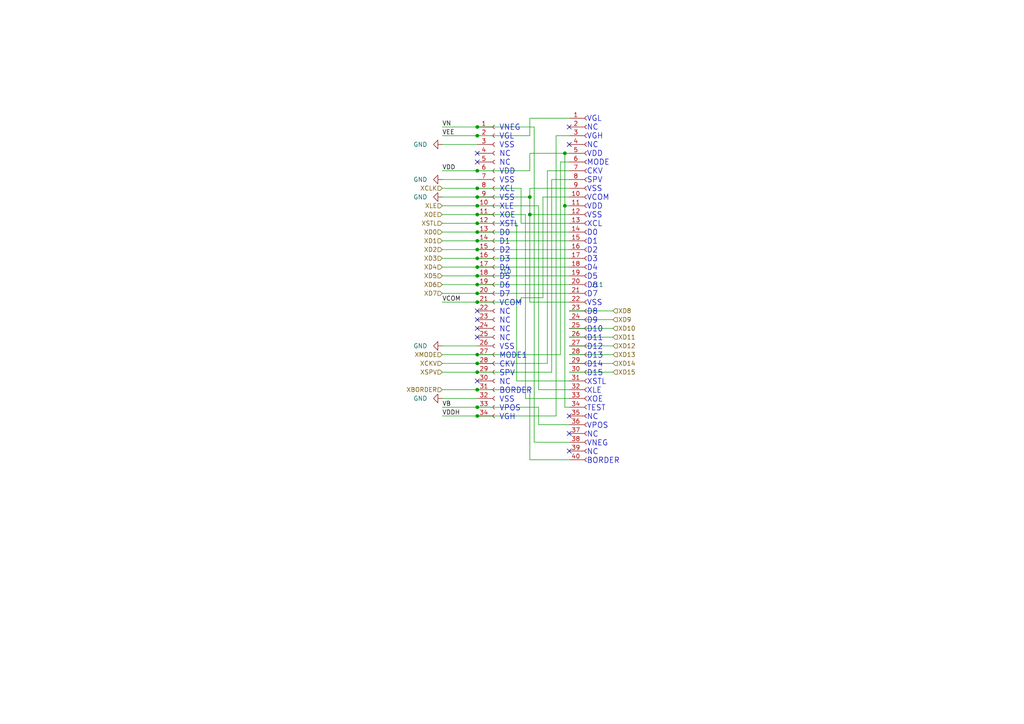
<source format=kicad_sch>
(kicad_sch (version 20211123) (generator eeschema)
  (paper "A4")
  (lib_symbols
    (symbol "Connector:Conn_01x34_Female" (pin_names (offset 1.016) hide)
      (property "Reference" "J" (at 0 43.18 0))
      (property "Value" "Conn_01x34_Female" (at 0 -45.72 0))
      (symbol "Conn_01x34_Female_1_1"
        (arc (start 0 -42.672) (mid -0.508 -43.18) (end 0 -43.688) (stroke (width 0.1524)))
        (arc (start 0 -40.132) (mid -0.508 -40.64) (end 0 -41.148) (stroke (width 0.1524)))
        (arc (start 0 -37.592) (mid -0.508 -38.1) (end 0 -38.608) (stroke (width 0.1524)))
        (arc (start 0 -35.052) (mid -0.508 -35.56) (end 0 -36.068) (stroke (width 0.1524)))
        (arc (start 0 -32.512) (mid -0.508 -33.02) (end 0 -33.528) (stroke (width 0.1524)))
        (arc (start 0 -29.972) (mid -0.508 -30.48) (end 0 -30.988) (stroke (width 0.1524)))
        (arc (start 0 -27.432) (mid -0.508 -27.94) (end 0 -28.448) (stroke (width 0.1524)))
        (arc (start 0 -24.892) (mid -0.508 -25.4) (end 0 -25.908) (stroke (width 0.1524)))
        (arc (start 0 -22.352) (mid -0.508 -22.86) (end 0 -23.368) (stroke (width 0.1524)))
        (arc (start 0 -19.812) (mid -0.508 -20.32) (end 0 -20.828) (stroke (width 0.1524)))
        (arc (start 0 -17.272) (mid -0.508 -17.78) (end 0 -18.288) (stroke (width 0.1524)))
        (arc (start 0 -14.732) (mid -0.508 -15.24) (end 0 -15.748) (stroke (width 0.1524)))
        (arc (start 0 -12.192) (mid -0.508 -12.7) (end 0 -13.208) (stroke (width 0.1524)))
        (arc (start 0 -9.652) (mid -0.508 -10.16) (end 0 -10.668) (stroke (width 0.1524)))
        (arc (start 0 -7.112) (mid -0.508 -7.62) (end 0 -8.128) (stroke (width 0.1524)))
        (arc (start 0 -4.572) (mid -0.508 -5.08) (end 0 -5.588) (stroke (width 0.1524)))
        (arc (start 0 -2.032) (mid -0.508 -2.54) (end 0 -3.048) (stroke (width 0.1524)))
        (polyline (pts (xy -1.27 -43.18) (xy -0.508 -43.18)) (stroke (width 0.1524)))
        (polyline (pts (xy -1.27 -40.64) (xy -0.508 -40.64)) (stroke (width 0.1524)))
        (polyline (pts (xy -1.27 -38.1) (xy -0.508 -38.1)) (stroke (width 0.1524)))
        (polyline (pts (xy -1.27 -35.56) (xy -0.508 -35.56)) (stroke (width 0.1524)))
        (polyline (pts (xy -1.27 -33.02) (xy -0.508 -33.02)) (stroke (width 0.1524)))
        (polyline (pts (xy -1.27 -30.48) (xy -0.508 -30.48)) (stroke (width 0.1524)))
        (polyline (pts (xy -1.27 -27.94) (xy -0.508 -27.94)) (stroke (width 0.1524)))
        (polyline (pts (xy -1.27 -25.4) (xy -0.508 -25.4)) (stroke (width 0.1524)))
        (polyline (pts (xy -1.27 -22.86) (xy -0.508 -22.86)) (stroke (width 0.1524)))
        (polyline (pts (xy -1.27 -20.32) (xy -0.508 -20.32)) (stroke (width 0.1524)))
        (polyline (pts (xy -1.27 -17.78) (xy -0.508 -17.78)) (stroke (width 0.1524)))
        (polyline (pts (xy -1.27 -15.24) (xy -0.508 -15.24)) (stroke (width 0.1524)))
        (polyline (pts (xy -1.27 -12.7) (xy -0.508 -12.7)) (stroke (width 0.1524)))
        (polyline (pts (xy -1.27 -10.16) (xy -0.508 -10.16)) (stroke (width 0.1524)))
        (polyline (pts (xy -1.27 -7.62) (xy -0.508 -7.62)) (stroke (width 0.1524)))
        (polyline (pts (xy -1.27 -5.08) (xy -0.508 -5.08)) (stroke (width 0.1524)))
        (polyline (pts (xy -1.27 -2.54) (xy -0.508 -2.54)) (stroke (width 0.1524)))
        (polyline (pts (xy -1.27 0) (xy -0.508 0)) (stroke (width 0.1524)))
        (polyline (pts (xy -1.27 2.54) (xy -0.508 2.54)) (stroke (width 0.1524)))
        (polyline (pts (xy -1.27 5.08) (xy -0.508 5.08)) (stroke (width 0.1524)))
        (polyline (pts (xy -1.27 7.62) (xy -0.508 7.62)) (stroke (width 0.1524)))
        (polyline (pts (xy -1.27 10.16) (xy -0.508 10.16)) (stroke (width 0.1524)))
        (polyline (pts (xy -1.27 12.7) (xy -0.508 12.7)) (stroke (width 0.1524)))
        (polyline (pts (xy -1.27 15.24) (xy -0.508 15.24)) (stroke (width 0.1524)))
        (polyline (pts (xy -1.27 17.78) (xy -0.508 17.78)) (stroke (width 0.1524)))
        (polyline (pts (xy -1.27 20.32) (xy -0.508 20.32)) (stroke (width 0.1524)))
        (polyline (pts (xy -1.27 22.86) (xy -0.508 22.86)) (stroke (width 0.1524)))
        (polyline (pts (xy -1.27 25.4) (xy -0.508 25.4)) (stroke (width 0.1524)))
        (polyline (pts (xy -1.27 27.94) (xy -0.508 27.94)) (stroke (width 0.1524)))
        (polyline (pts (xy -1.27 30.48) (xy -0.508 30.48)) (stroke (width 0.1524)))
        (polyline (pts (xy -1.27 33.02) (xy -0.508 33.02)) (stroke (width 0.1524)))
        (polyline (pts (xy -1.27 35.56) (xy -0.508 35.56)) (stroke (width 0.1524)))
        (polyline (pts (xy -1.27 38.1) (xy -0.508 38.1)) (stroke (width 0.1524)))
        (polyline (pts (xy -1.27 40.64) (xy -0.508 40.64)) (stroke (width 0.1524)))
        (arc (start 0 0.508) (mid -0.508 0) (end 0 -0.508) (stroke (width 0.1524)))
        (arc (start 0 3.048) (mid -0.508 2.54) (end 0 2.032) (stroke (width 0.1524)))
        (arc (start 0 5.588) (mid -0.508 5.08) (end 0 4.572) (stroke (width 0.1524)))
        (arc (start 0 8.128) (mid -0.508 7.62) (end 0 7.112) (stroke (width 0.1524)))
        (arc (start 0 10.668) (mid -0.508 10.16) (end 0 9.652) (stroke (width 0.1524)))
        (arc (start 0 13.208) (mid -0.508 12.7) (end 0 12.192) (stroke (width 0.1524)))
        (arc (start 0 15.748) (mid -0.508 15.24) (end 0 14.732) (stroke (width 0.1524)))
        (arc (start 0 18.288) (mid -0.508 17.78) (end 0 17.272) (stroke (width 0.1524)))
        (arc (start 0 20.828) (mid -0.508 20.32) (end 0 19.812) (stroke (width 0.1524)))
        (arc (start 0 23.368) (mid -0.508 22.86) (end 0 22.352) (stroke (width 0.1524)))
        (arc (start 0 25.908) (mid -0.508 25.4) (end 0 24.892) (stroke (width 0.1524)))
        (arc (start 0 28.448) (mid -0.508 27.94) (end 0 27.432) (stroke (width 0.1524)))
        (arc (start 0 30.988) (mid -0.508 30.48) (end 0 29.972) (stroke (width 0.1524)))
        (arc (start 0 33.528) (mid -0.508 33.02) (end 0 32.512) (stroke (width 0.1524)))
        (arc (start 0 36.068) (mid -0.508 35.56) (end 0 35.052) (stroke (width 0.1524)))
        (arc (start 0 38.608) (mid -0.508 38.1) (end 0 37.592) (stroke (width 0.1524)))
        (arc (start 0 41.148) (mid -0.508 40.64) (end 0 40.132) (stroke (width 0.1524)))
        (pin passive line (at -5.08 40.64 0) (length 3.81) (name "Pin_1") (number "1"))
        (pin passive line (at -5.08 17.78 0) (length 3.81) (name "Pin_10") (number "10"))
        (pin passive line (at -5.08 15.24 0) (length 3.81) (name "Pin_11") (number "11"))
        (pin passive line (at -5.08 12.7 0) (length 3.81) (name "Pin_12") (number "12"))
        (pin passive line (at -5.08 10.16 0) (length 3.81) (name "Pin_13") (number "13"))
        (pin passive line (at -5.08 7.62 0) (length 3.81) (name "Pin_14") (number "14"))
        (pin passive line (at -5.08 5.08 0) (length 3.81) (name "Pin_15") (number "15"))
        (pin passive line (at -5.08 2.54 0) (length 3.81) (name "Pin_16") (number "16"))
        (pin passive line (at -5.08 0 0) (length 3.81) (name "Pin_17") (number "17"))
        (pin passive line (at -5.08 -2.54 0) (length 3.81) (name "Pin_18") (number "18"))
        (pin passive line (at -5.08 -5.08 0) (length 3.81) (name "Pin_19") (number "19"))
        (pin passive line (at -5.08 38.1 0) (length 3.81) (name "Pin_2") (number "2"))
        (pin passive line (at -5.08 -7.62 0) (length 3.81) (name "Pin_20") (number "20"))
        (pin passive line (at -5.08 -10.16 0) (length 3.81) (name "Pin_21") (number "21"))
        (pin passive line (at -5.08 -12.7 0) (length 3.81) (name "Pin_22") (number "22"))
        (pin passive line (at -5.08 -15.24 0) (length 3.81) (name "Pin_23") (number "23"))
        (pin passive line (at -5.08 -17.78 0) (length 3.81) (name "Pin_24") (number "24"))
        (pin passive line (at -5.08 -20.32 0) (length 3.81) (name "Pin_25") (number "25"))
        (pin passive line (at -5.08 -22.86 0) (length 3.81) (name "Pin_26") (number "26"))
        (pin passive line (at -5.08 -25.4 0) (length 3.81) (name "Pin_27") (number "27"))
        (pin passive line (at -5.08 -27.94 0) (length 3.81) (name "Pin_28") (number "28"))
        (pin passive line (at -5.08 -30.48 0) (length 3.81) (name "Pin_29") (number "29"))
        (pin passive line (at -5.08 35.56 0) (length 3.81) (name "Pin_3") (number "3"))
        (pin passive line (at -5.08 -33.02 0) (length 3.81) (name "Pin_30") (number "30"))
        (pin passive line (at -5.08 -35.56 0) (length 3.81) (name "Pin_31") (number "31"))
        (pin passive line (at -5.08 -38.1 0) (length 3.81) (name "Pin_32") (number "32"))
        (pin passive line (at -5.08 -40.64 0) (length 3.81) (name "Pin_33") (number "33"))
        (pin passive line (at -5.08 -43.18 0) (length 3.81) (name "Pin_34") (number "34"))
        (pin passive line (at -5.08 33.02 0) (length 3.81) (name "Pin_4") (number "4"))
        (pin passive line (at -5.08 30.48 0) (length 3.81) (name "Pin_5") (number "5"))
        (pin passive line (at -5.08 27.94 0) (length 3.81) (name "Pin_6") (number "6"))
        (pin passive line (at -5.08 25.4 0) (length 3.81) (name "Pin_7") (number "7"))
        (pin passive line (at -5.08 22.86 0) (length 3.81) (name "Pin_8") (number "8"))
        (pin passive line (at -5.08 20.32 0) (length 3.81) (name "Pin_9") (number "9"))
      )
    )
    (symbol "Connector:Conn_01x40_Female" (pin_names (offset 1.016) hide)
      (property "Reference" "J" (at 0 50.8 0))
      (property "Value" "Conn_01x40_Female" (at 0 -53.34 0))
      (symbol "Conn_01x40_Female_1_1"
        (arc (start 0 -50.292) (mid -0.508 -50.8) (end 0 -51.308) (stroke (width 0.1524)))
        (arc (start 0 -47.752) (mid -0.508 -48.26) (end 0 -48.768) (stroke (width 0.1524)))
        (arc (start 0 -45.212) (mid -0.508 -45.72) (end 0 -46.228) (stroke (width 0.1524)))
        (arc (start 0 -42.672) (mid -0.508 -43.18) (end 0 -43.688) (stroke (width 0.1524)))
        (arc (start 0 -40.132) (mid -0.508 -40.64) (end 0 -41.148) (stroke (width 0.1524)))
        (arc (start 0 -37.592) (mid -0.508 -38.1) (end 0 -38.608) (stroke (width 0.1524)))
        (arc (start 0 -35.052) (mid -0.508 -35.56) (end 0 -36.068) (stroke (width 0.1524)))
        (arc (start 0 -32.512) (mid -0.508 -33.02) (end 0 -33.528) (stroke (width 0.1524)))
        (arc (start 0 -29.972) (mid -0.508 -30.48) (end 0 -30.988) (stroke (width 0.1524)))
        (arc (start 0 -27.432) (mid -0.508 -27.94) (end 0 -28.448) (stroke (width 0.1524)))
        (arc (start 0 -24.892) (mid -0.508 -25.4) (end 0 -25.908) (stroke (width 0.1524)))
        (arc (start 0 -22.352) (mid -0.508 -22.86) (end 0 -23.368) (stroke (width 0.1524)))
        (arc (start 0 -19.812) (mid -0.508 -20.32) (end 0 -20.828) (stroke (width 0.1524)))
        (arc (start 0 -17.272) (mid -0.508 -17.78) (end 0 -18.288) (stroke (width 0.1524)))
        (arc (start 0 -14.732) (mid -0.508 -15.24) (end 0 -15.748) (stroke (width 0.1524)))
        (arc (start 0 -12.192) (mid -0.508 -12.7) (end 0 -13.208) (stroke (width 0.1524)))
        (arc (start 0 -9.652) (mid -0.508 -10.16) (end 0 -10.668) (stroke (width 0.1524)))
        (arc (start 0 -7.112) (mid -0.508 -7.62) (end 0 -8.128) (stroke (width 0.1524)))
        (arc (start 0 -4.572) (mid -0.508 -5.08) (end 0 -5.588) (stroke (width 0.1524)))
        (arc (start 0 -2.032) (mid -0.508 -2.54) (end 0 -3.048) (stroke (width 0.1524)))
        (polyline (pts (xy -1.27 -50.8) (xy -0.508 -50.8)) (stroke (width 0.1524)))
        (polyline (pts (xy -1.27 -48.26) (xy -0.508 -48.26)) (stroke (width 0.1524)))
        (polyline (pts (xy -1.27 -45.72) (xy -0.508 -45.72)) (stroke (width 0.1524)))
        (polyline (pts (xy -1.27 -43.18) (xy -0.508 -43.18)) (stroke (width 0.1524)))
        (polyline (pts (xy -1.27 -40.64) (xy -0.508 -40.64)) (stroke (width 0.1524)))
        (polyline (pts (xy -1.27 -38.1) (xy -0.508 -38.1)) (stroke (width 0.1524)))
        (polyline (pts (xy -1.27 -35.56) (xy -0.508 -35.56)) (stroke (width 0.1524)))
        (polyline (pts (xy -1.27 -33.02) (xy -0.508 -33.02)) (stroke (width 0.1524)))
        (polyline (pts (xy -1.27 -30.48) (xy -0.508 -30.48)) (stroke (width 0.1524)))
        (polyline (pts (xy -1.27 -27.94) (xy -0.508 -27.94)) (stroke (width 0.1524)))
        (polyline (pts (xy -1.27 -25.4) (xy -0.508 -25.4)) (stroke (width 0.1524)))
        (polyline (pts (xy -1.27 -22.86) (xy -0.508 -22.86)) (stroke (width 0.1524)))
        (polyline (pts (xy -1.27 -20.32) (xy -0.508 -20.32)) (stroke (width 0.1524)))
        (polyline (pts (xy -1.27 -17.78) (xy -0.508 -17.78)) (stroke (width 0.1524)))
        (polyline (pts (xy -1.27 -15.24) (xy -0.508 -15.24)) (stroke (width 0.1524)))
        (polyline (pts (xy -1.27 -12.7) (xy -0.508 -12.7)) (stroke (width 0.1524)))
        (polyline (pts (xy -1.27 -10.16) (xy -0.508 -10.16)) (stroke (width 0.1524)))
        (polyline (pts (xy -1.27 -7.62) (xy -0.508 -7.62)) (stroke (width 0.1524)))
        (polyline (pts (xy -1.27 -5.08) (xy -0.508 -5.08)) (stroke (width 0.1524)))
        (polyline (pts (xy -1.27 -2.54) (xy -0.508 -2.54)) (stroke (width 0.1524)))
        (polyline (pts (xy -1.27 0) (xy -0.508 0)) (stroke (width 0.1524)))
        (polyline (pts (xy -1.27 2.54) (xy -0.508 2.54)) (stroke (width 0.1524)))
        (polyline (pts (xy -1.27 5.08) (xy -0.508 5.08)) (stroke (width 0.1524)))
        (polyline (pts (xy -1.27 7.62) (xy -0.508 7.62)) (stroke (width 0.1524)))
        (polyline (pts (xy -1.27 10.16) (xy -0.508 10.16)) (stroke (width 0.1524)))
        (polyline (pts (xy -1.27 12.7) (xy -0.508 12.7)) (stroke (width 0.1524)))
        (polyline (pts (xy -1.27 15.24) (xy -0.508 15.24)) (stroke (width 0.1524)))
        (polyline (pts (xy -1.27 17.78) (xy -0.508 17.78)) (stroke (width 0.1524)))
        (polyline (pts (xy -1.27 20.32) (xy -0.508 20.32)) (stroke (width 0.1524)))
        (polyline (pts (xy -1.27 22.86) (xy -0.508 22.86)) (stroke (width 0.1524)))
        (polyline (pts (xy -1.27 25.4) (xy -0.508 25.4)) (stroke (width 0.1524)))
        (polyline (pts (xy -1.27 27.94) (xy -0.508 27.94)) (stroke (width 0.1524)))
        (polyline (pts (xy -1.27 30.48) (xy -0.508 30.48)) (stroke (width 0.1524)))
        (polyline (pts (xy -1.27 33.02) (xy -0.508 33.02)) (stroke (width 0.1524)))
        (polyline (pts (xy -1.27 35.56) (xy -0.508 35.56)) (stroke (width 0.1524)))
        (polyline (pts (xy -1.27 38.1) (xy -0.508 38.1)) (stroke (width 0.1524)))
        (polyline (pts (xy -1.27 40.64) (xy -0.508 40.64)) (stroke (width 0.1524)))
        (polyline (pts (xy -1.27 43.18) (xy -0.508 43.18)) (stroke (width 0.1524)))
        (polyline (pts (xy -1.27 45.72) (xy -0.508 45.72)) (stroke (width 0.1524)))
        (polyline (pts (xy -1.27 48.26) (xy -0.508 48.26)) (stroke (width 0.1524)))
        (arc (start 0 0.508) (mid -0.508 0) (end 0 -0.508) (stroke (width 0.1524)))
        (arc (start 0 3.048) (mid -0.508 2.54) (end 0 2.032) (stroke (width 0.1524)))
        (arc (start 0 5.588) (mid -0.508 5.08) (end 0 4.572) (stroke (width 0.1524)))
        (arc (start 0 8.128) (mid -0.508 7.62) (end 0 7.112) (stroke (width 0.1524)))
        (arc (start 0 10.668) (mid -0.508 10.16) (end 0 9.652) (stroke (width 0.1524)))
        (arc (start 0 13.208) (mid -0.508 12.7) (end 0 12.192) (stroke (width 0.1524)))
        (arc (start 0 15.748) (mid -0.508 15.24) (end 0 14.732) (stroke (width 0.1524)))
        (arc (start 0 18.288) (mid -0.508 17.78) (end 0 17.272) (stroke (width 0.1524)))
        (arc (start 0 20.828) (mid -0.508 20.32) (end 0 19.812) (stroke (width 0.1524)))
        (arc (start 0 23.368) (mid -0.508 22.86) (end 0 22.352) (stroke (width 0.1524)))
        (arc (start 0 25.908) (mid -0.508 25.4) (end 0 24.892) (stroke (width 0.1524)))
        (arc (start 0 28.448) (mid -0.508 27.94) (end 0 27.432) (stroke (width 0.1524)))
        (arc (start 0 30.988) (mid -0.508 30.48) (end 0 29.972) (stroke (width 0.1524)))
        (arc (start 0 33.528) (mid -0.508 33.02) (end 0 32.512) (stroke (width 0.1524)))
        (arc (start 0 36.068) (mid -0.508 35.56) (end 0 35.052) (stroke (width 0.1524)))
        (arc (start 0 38.608) (mid -0.508 38.1) (end 0 37.592) (stroke (width 0.1524)))
        (arc (start 0 41.148) (mid -0.508 40.64) (end 0 40.132) (stroke (width 0.1524)))
        (arc (start 0 43.688) (mid -0.508 43.18) (end 0 42.672) (stroke (width 0.1524)))
        (arc (start 0 46.228) (mid -0.508 45.72) (end 0 45.212) (stroke (width 0.1524)))
        (arc (start 0 48.768) (mid -0.508 48.26) (end 0 47.752) (stroke (width 0.1524)))
        (pin passive line (at -5.08 48.26 0) (length 3.81) (name "Pin_1") (number "1"))
        (pin passive line (at -5.08 25.4 0) (length 3.81) (name "Pin_10") (number "10"))
        (pin passive line (at -5.08 22.86 0) (length 3.81) (name "Pin_11") (number "11"))
        (pin passive line (at -5.08 20.32 0) (length 3.81) (name "Pin_12") (number "12"))
        (pin passive line (at -5.08 17.78 0) (length 3.81) (name "Pin_13") (number "13"))
        (pin passive line (at -5.08 15.24 0) (length 3.81) (name "Pin_14") (number "14"))
        (pin passive line (at -5.08 12.7 0) (length 3.81) (name "Pin_15") (number "15"))
        (pin passive line (at -5.08 10.16 0) (length 3.81) (name "Pin_16") (number "16"))
        (pin passive line (at -5.08 7.62 0) (length 3.81) (name "Pin_17") (number "17"))
        (pin passive line (at -5.08 5.08 0) (length 3.81) (name "Pin_18") (number "18"))
        (pin passive line (at -5.08 2.54 0) (length 3.81) (name "Pin_19") (number "19"))
        (pin passive line (at -5.08 45.72 0) (length 3.81) (name "Pin_2") (number "2"))
        (pin passive line (at -5.08 0 0) (length 3.81) (name "Pin_20") (number "20"))
        (pin passive line (at -5.08 -2.54 0) (length 3.81) (name "Pin_21") (number "21"))
        (pin passive line (at -5.08 -5.08 0) (length 3.81) (name "Pin_22") (number "22"))
        (pin passive line (at -5.08 -7.62 0) (length 3.81) (name "Pin_23") (number "23"))
        (pin passive line (at -5.08 -10.16 0) (length 3.81) (name "Pin_24") (number "24"))
        (pin passive line (at -5.08 -12.7 0) (length 3.81) (name "Pin_25") (number "25"))
        (pin passive line (at -5.08 -15.24 0) (length 3.81) (name "Pin_26") (number "26"))
        (pin passive line (at -5.08 -17.78 0) (length 3.81) (name "Pin_27") (number "27"))
        (pin passive line (at -5.08 -20.32 0) (length 3.81) (name "Pin_28") (number "28"))
        (pin passive line (at -5.08 -22.86 0) (length 3.81) (name "Pin_29") (number "29"))
        (pin passive line (at -5.08 43.18 0) (length 3.81) (name "Pin_3") (number "3"))
        (pin passive line (at -5.08 -25.4 0) (length 3.81) (name "Pin_30") (number "30"))
        (pin passive line (at -5.08 -27.94 0) (length 3.81) (name "Pin_31") (number "31"))
        (pin passive line (at -5.08 -30.48 0) (length 3.81) (name "Pin_32") (number "32"))
        (pin passive line (at -5.08 -33.02 0) (length 3.81) (name "Pin_33") (number "33"))
        (pin passive line (at -5.08 -35.56 0) (length 3.81) (name "Pin_34") (number "34"))
        (pin passive line (at -5.08 -38.1 0) (length 3.81) (name "Pin_35") (number "35"))
        (pin passive line (at -5.08 -40.64 0) (length 3.81) (name "Pin_36") (number "36"))
        (pin passive line (at -5.08 -43.18 0) (length 3.81) (name "Pin_37") (number "37"))
        (pin passive line (at -5.08 -45.72 0) (length 3.81) (name "Pin_38") (number "38"))
        (pin passive line (at -5.08 -48.26 0) (length 3.81) (name "Pin_39") (number "39"))
        (pin passive line (at -5.08 40.64 0) (length 3.81) (name "Pin_4") (number "4"))
        (pin passive line (at -5.08 -50.8 0) (length 3.81) (name "Pin_40") (number "40"))
        (pin passive line (at -5.08 38.1 0) (length 3.81) (name "Pin_5") (number "5"))
        (pin passive line (at -5.08 35.56 0) (length 3.81) (name "Pin_6") (number "6"))
        (pin passive line (at -5.08 33.02 0) (length 3.81) (name "Pin_7") (number "7"))
        (pin passive line (at -5.08 30.48 0) (length 3.81) (name "Pin_8") (number "8"))
        (pin passive line (at -5.08 27.94 0) (length 3.81) (name "Pin_9") (number "9"))
      )
    )
    (symbol "power:GND" (power) (pin_names (offset 0))
      (property "Value" "GND" (at 0 -3.81 0))
      (symbol "GND_0_1"
        (polyline (pts (xy 0 0) (xy 0 -1.27) (xy 1.27 -1.27) (xy 0 -2.54) (xy -1.27 -1.27) (xy 0 -1.27)))
      )
      (symbol "GND_1_1"
        (pin power_in line (at 0 0 270) (length 0) hide (name "GND") (number "1"))
      )
    )
  )
  (junction (at 138.43 87.63))
  (junction (at 138.43 85.09))
  (junction (at 138.43 80.01))
  (junction (at 138.43 82.55))
  (junction (at 138.43 54.61))
  (junction (at 138.43 105.41))
  (junction (at 138.43 67.31))
  (junction (at 138.43 49.53))
  (junction (at 138.43 72.39))
  (junction (at 138.43 36.83))
  (junction (at 138.43 77.47))
  (junction (at 163.83 59.69))
  (junction (at 138.43 74.93))
  (junction (at 138.43 113.03))
  (junction (at 138.43 107.95))
  (junction (at 138.43 102.87))
  (junction (at 138.43 57.15))
  (junction (at 138.43 64.77))
  (junction (at 153.67 57.15))
  (junction (at 163.83 44.45))
  (junction (at 138.43 69.85))
  (junction (at 138.43 118.11))
  (junction (at 138.43 59.69))
  (junction (at 138.43 62.23))
  (junction (at 138.43 120.65))
  (junction (at 138.43 39.37))
  (junction (at 153.67 62.23))
  (no_connect (at 138.43 90.17))
  (no_connect (at 138.43 92.71))
  (no_connect (at 138.43 95.25))
  (no_connect (at 138.43 97.79))
  (no_connect (at 138.43 110.49))
  (no_connect (at 165.1 130.81))
  (no_connect (at 165.1 125.73))
  (no_connect (at 165.1 120.65))
  (no_connect (at 138.43 44.45))
  (no_connect (at 138.43 46.99))
  (no_connect (at 165.1 36.83))
  (no_connect (at 165.1 41.91))
  (wire (pts (xy 165.1 107.95) (xy 177.8 107.95)))
  (wire (pts (xy 138.43 120.65) (xy 161.29 120.65)))
  (wire (pts (xy 128.27 67.31) (xy 138.43 67.31)))
  (wire (pts (xy 128.27 59.69) (xy 138.43 59.69)))
  (wire (pts (xy 128.27 82.55) (xy 138.43 82.55)))
  (wire (pts (xy 153.67 87.63) (xy 153.67 62.23)))
  (wire (pts (xy 156.21 123.19) (xy 156.21 118.11)))
  (wire (pts (xy 165.1 44.45) (xy 163.83 44.45)))
  (wire (pts (xy 138.43 59.69) (xy 156.21 59.69)))
  (wire (pts (xy 138.43 69.85) (xy 165.1 69.85)))
  (wire (pts (xy 165.1 52.07) (xy 160.02 52.07)))
  (wire (pts (xy 138.43 49.53) (xy 153.67 49.53)))
  (wire (pts (xy 138.43 82.55) (xy 165.1 82.55)))
  (wire (pts (xy 162.56 46.99) (xy 162.56 102.87)))
  (wire (pts (xy 151.13 64.77) (xy 151.13 54.61)))
  (wire (pts (xy 165.1 95.25) (xy 177.8 95.25)))
  (wire (pts (xy 163.83 59.69) (xy 163.83 118.11)))
  (wire (pts (xy 128.27 69.85) (xy 138.43 69.85)))
  (wire (pts (xy 128.27 115.57) (xy 138.43 115.57)))
  (wire (pts (xy 158.75 49.53) (xy 158.75 105.41)))
  (wire (pts (xy 138.43 80.01) (xy 165.1 80.01)))
  (wire (pts (xy 128.27 77.47) (xy 138.43 77.47)))
  (wire (pts (xy 128.27 52.07) (xy 138.43 52.07)))
  (wire (pts (xy 165.1 34.29) (xy 153.67 34.29)))
  (wire (pts (xy 138.43 39.37) (xy 153.67 39.37)))
  (wire (pts (xy 128.27 100.33) (xy 138.43 100.33)))
  (wire (pts (xy 128.27 87.63) (xy 138.43 87.63)))
  (wire (pts (xy 163.83 44.45) (xy 163.83 59.69)))
  (wire (pts (xy 128.27 74.93) (xy 138.43 74.93)))
  (wire (pts (xy 138.43 85.09) (xy 165.1 85.09)))
  (wire (pts (xy 165.1 128.27) (xy 154.94 128.27)))
  (wire (pts (xy 165.1 62.23) (xy 153.67 62.23)))
  (wire (pts (xy 153.67 34.29) (xy 153.67 39.37)))
  (wire (pts (xy 165.1 110.49) (xy 149.86 110.49)))
  (wire (pts (xy 165.1 49.53) (xy 158.75 49.53)))
  (wire (pts (xy 138.43 118.11) (xy 156.21 118.11)))
  (wire (pts (xy 138.43 113.03) (xy 153.67 113.03)))
  (wire (pts (xy 128.27 57.15) (xy 138.43 57.15)))
  (wire (pts (xy 138.43 72.39) (xy 165.1 72.39)))
  (wire (pts (xy 165.1 59.69) (xy 163.83 59.69)))
  (wire (pts (xy 165.1 113.03) (xy 156.21 113.03)))
  (wire (pts (xy 160.02 52.07) (xy 160.02 107.95)))
  (wire (pts (xy 153.67 44.45) (xy 153.67 49.53)))
  (wire (pts (xy 154.94 128.27) (xy 154.94 36.83)))
  (wire (pts (xy 156.21 113.03) (xy 156.21 59.69)))
  (wire (pts (xy 128.27 64.77) (xy 138.43 64.77)))
  (wire (pts (xy 138.43 67.31) (xy 165.1 67.31)))
  (wire (pts (xy 138.43 64.77) (xy 149.86 64.77)))
  (wire (pts (xy 165.1 87.63) (xy 153.67 87.63)))
  (wire (pts (xy 128.27 102.87) (xy 138.43 102.87)))
  (wire (pts (xy 165.1 105.41) (xy 177.8 105.41)))
  (wire (pts (xy 138.43 107.95) (xy 160.02 107.95)))
  (wire (pts (xy 138.43 62.23) (xy 152.4 62.23)))
  (wire (pts (xy 151.13 54.61) (xy 138.43 54.61)))
  (wire (pts (xy 165.1 102.87) (xy 177.8 102.87)))
  (wire (pts (xy 157.48 57.15) (xy 157.48 86.36)))
  (wire (pts (xy 157.48 86.36) (xy 151.13 86.36)))
  (wire (pts (xy 151.13 86.36) (xy 151.13 87.63)))
  (wire (pts (xy 165.1 92.71) (xy 177.8 92.71)))
  (wire (pts (xy 128.27 80.01) (xy 138.43 80.01)))
  (wire (pts (xy 153.67 54.61) (xy 153.67 57.15)))
  (wire (pts (xy 128.27 49.53) (xy 138.43 49.53)))
  (wire (pts (xy 163.83 44.45) (xy 153.67 44.45)))
  (wire (pts (xy 165.1 118.11) (xy 163.83 118.11)))
  (wire (pts (xy 165.1 133.35) (xy 153.67 133.35)))
  (wire (pts (xy 165.1 39.37) (xy 161.29 39.37)))
  (wire (pts (xy 165.1 115.57) (xy 152.4 115.57)))
  (wire (pts (xy 128.27 54.61) (xy 138.43 54.61)))
  (wire (pts (xy 138.43 105.41) (xy 158.75 105.41)))
  (wire (pts (xy 128.27 36.83) (xy 138.43 36.83)))
  (wire (pts (xy 165.1 54.61) (xy 153.67 54.61)))
  (wire (pts (xy 128.27 41.91) (xy 138.43 41.91)))
  (wire (pts (xy 128.27 39.37) (xy 138.43 39.37)))
  (wire (pts (xy 165.1 64.77) (xy 151.13 64.77)))
  (wire (pts (xy 161.29 39.37) (xy 161.29 120.65)))
  (wire (pts (xy 128.27 120.65) (xy 138.43 120.65)))
  (wire (pts (xy 128.27 105.41) (xy 138.43 105.41)))
  (wire (pts (xy 165.1 97.79) (xy 177.8 97.79)))
  (wire (pts (xy 153.67 57.15) (xy 138.43 57.15)))
  (wire (pts (xy 128.27 118.11) (xy 138.43 118.11)))
  (wire (pts (xy 165.1 123.19) (xy 156.21 123.19)))
  (wire (pts (xy 138.43 77.47) (xy 165.1 77.47)))
  (wire (pts (xy 128.27 85.09) (xy 138.43 85.09)))
  (wire (pts (xy 138.43 87.63) (xy 151.13 87.63)))
  (wire (pts (xy 165.1 100.33) (xy 177.8 100.33)))
  (wire (pts (xy 128.27 107.95) (xy 138.43 107.95)))
  (wire (pts (xy 165.1 57.15) (xy 157.48 57.15)))
  (wire (pts (xy 128.27 62.23) (xy 138.43 62.23)))
  (wire (pts (xy 165.1 90.17) (xy 177.8 90.17)))
  (wire (pts (xy 165.1 46.99) (xy 162.56 46.99)))
  (wire (pts (xy 153.67 133.35) (xy 153.67 113.03)))
  (wire (pts (xy 162.56 102.87) (xy 138.43 102.87)))
  (wire (pts (xy 154.94 36.83) (xy 138.43 36.83)))
  (wire (pts (xy 128.27 113.03) (xy 138.43 113.03)))
  (wire (pts (xy 149.86 110.49) (xy 149.86 64.77)))
  (wire (pts (xy 152.4 115.57) (xy 152.4 62.23)))
  (wire (pts (xy 138.43 74.93) (xy 165.1 74.93)))
  (wire (pts (xy 128.27 72.39) (xy 138.43 72.39)))
  (wire (pts (xy 153.67 62.23) (xy 153.67 57.15)))
  (text "VGL\nNC\nVGH\nNC\nVDD\nMODE\nCKV\nSPV\nVSS\nVCOM\nVDD\nVSS\nXCL\nD0\nD1\nD2\nD3\nD4\nD5\nD6\nD7\nVSS\nD8\nD9\nD10\nD11\nD12\nD13\nD14\nD15\nXSTL\nXLE\nXOE\nTEST\nNC\nVPOS\nNC\nVNEG\nNC\nBORDER" (at 170.18 134.62 0) (effects (font (size 1.58 1.58)) (justify left bottom)))
  (text "VNEG\nVGL\nVSS\nNC\nNC\nVDD\nVSS\nXCL\nVSS\nXLE\nXOE\nXSTL\nD0\nD1\nD2\nD3\nD4\nD5\nD6\nD7\nVCOM\nNC\nNC\nNC\nNC\nVSS\nMODE1\nCKV\nSPV\nNC\nBORDER\nVSS\nVPOS\nVGH" (at 144.78 121.92 0) (effects (font (size 1.58 1.58)) (justify left bottom)))
  (label "VDDH" (at 128.27 120.65 0))
  (label "VEE" (at 128.27 39.37 0))
  (label "VCOM" (at 128.27 87.63 0))
  (label "VDD" (at 128.27 49.53 0))
  (label "VN" (at 128.27 36.83 0))
  (label "VB" (at 128.27 118.11 0))
  (hierarchical_label "XD10" (shape input) (at 177.8 95.25 0))
  (hierarchical_label "XD8" (shape input) (at 177.8 90.17 0))
  (hierarchical_label "XD3" (shape input) (at 128.27 74.93 180))
  (hierarchical_label "XD2" (shape input) (at 128.27 72.39 180))
  (hierarchical_label "XLE" (shape input) (at 128.27 59.69 180))
  (hierarchical_label "XSPV" (shape input) (at 128.27 107.95 180))
  (hierarchical_label "XCKV" (shape input) (at 128.27 105.41 180))
  (hierarchical_label "XSTL" (shape input) (at 128.27 64.77 180))
  (hierarchical_label "XD7" (shape input) (at 128.27 85.09 180))
  (hierarchical_label "XD4" (shape input) (at 128.27 77.47 180))
  (hierarchical_label "XOE" (shape input) (at 128.27 62.23 180))
  (hierarchical_label "XD15" (shape input) (at 177.8 107.95 0))
  (hierarchical_label "XD14" (shape input) (at 177.8 105.41 0))
  (hierarchical_label "XD12" (shape input) (at 177.8 100.33 0))
  (hierarchical_label "XD13" (shape input) (at 177.8 102.87 0))
  (hierarchical_label "XD6" (shape input) (at 128.27 82.55 180))
  (hierarchical_label "XD1" (shape input) (at 128.27 69.85 180))
  (hierarchical_label "XMODE" (shape input) (at 128.27 102.87 180))
  (hierarchical_label "XD11" (shape input) (at 177.8 97.79 0))
  (hierarchical_label "XBORDER" (shape input) (at 128.27 113.03 180))
  (hierarchical_label "XD5" (shape input) (at 128.27 80.01 180))
  (hierarchical_label "XD9" (shape input) (at 177.8 92.71 0))
  (hierarchical_label "XD0" (shape input) (at 128.27 67.31 180))
  (hierarchical_label "XCLK" (shape input) (at 128.27 54.61 180))
  (symbol (lib_id "Connector:Conn_01x34_Female") (at 143.51 77.47 0) (unit 1)
    (property "Reference" "J10" (at 144.78 78.7399 0) (effects (justify left)))
    (property "Value" "Conn_01x34_Female" (effects hide))
  )
  (symbol (lib_id "power:GND") (at 128.27 52.07 270) (unit 1)
    (property "Reference" "#PWR0146" (effects hide))
    (property "Value" "GND" (at 121.92 52.07 90))
  )
  (symbol (lib_id "power:GND") (at 128.27 41.91 270) (unit 1)
    (property "Reference" "#PWR0145" (effects hide))
    (property "Value" "GND" (at 121.92 41.91 90))
  )
  (symbol (lib_id "power:GND") (at 128.27 115.57 270) (unit 1)
    (property "Reference" "#PWR0149" (effects hide))
    (property "Value" "GND" (at 121.92 115.57 90))
  )
  (symbol (lib_id "Connector:Conn_01x40_Female") (at 170.18 82.55 0) (unit 1)
    (property "Reference" "J11" (at 171.45 82.5499 0) (effects (justify left)))
    (property "Value" "Conn_01x40_Female" (effects hide))
  )
  (symbol (lib_id "power:GND") (at 128.27 100.33 270) (unit 1)
    (property "Reference" "#PWR0148" (effects hide))
    (property "Value" "GND" (at 121.92 100.33 90))
  )
  (symbol (lib_id "power:GND") (at 128.27 57.15 270) (unit 1)
    (property "Reference" "#PWR0147" (effects hide))
    (property "Value" "GND" (at 121.92 57.15 90))
  )
)
</source>
